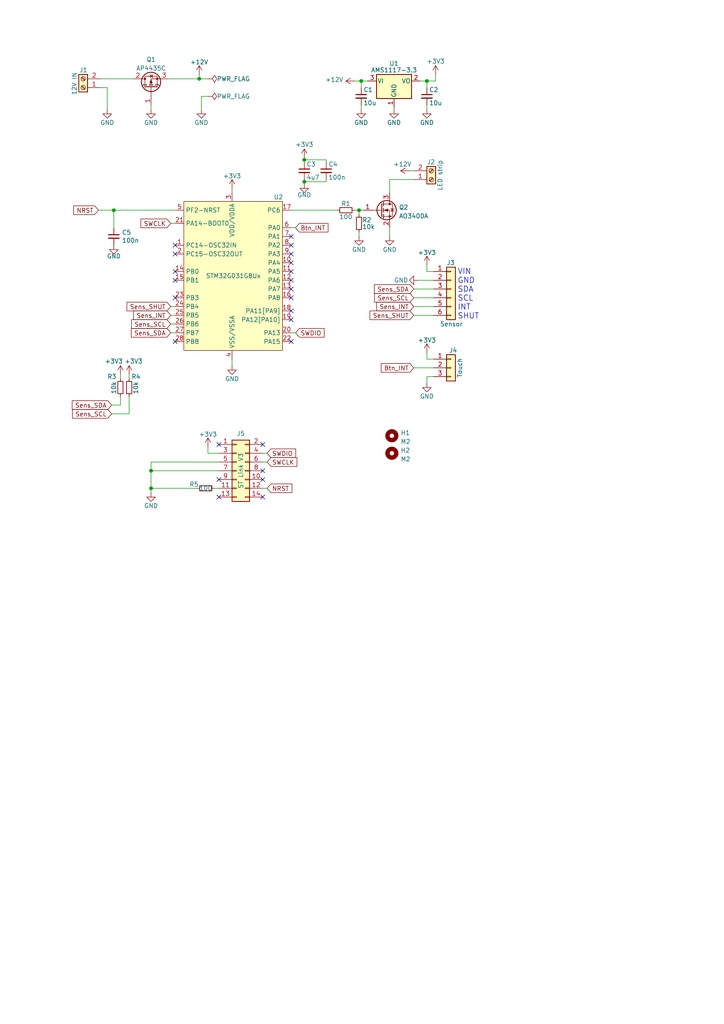
<source format=kicad_sch>
(kicad_sch (version 20211123) (generator eeschema)
  (paper "A4" portrait)
  (title_block (title "DiLight") (date "2022-08-23") (rev "2.0") (company "Anton Mukhin"))
  (lib_symbols
    (symbol "Connector:Screw_Terminal_01x02" (pin_names (offset 1.016) hide)
      (property "Reference" "J" (at 0 2.54 0))
      (property "Value" "Screw_Terminal_01x02" (at 0 -5.08 0))
      (symbol "Screw_Terminal_01x02_1_1"
        (rectangle (start -1.27 1.27) (end 1.27 -3.81) (stroke (width 0.254)) (fill (type background)))
        (circle (center 0 -2.54) (radius 0.635) (stroke (width 0.1524)))
        (polyline (pts (xy -0.5334 -2.2098) (xy 0.3302 -3.048)) (stroke (width 0.1524)))
        (polyline (pts (xy -0.5334 0.3302) (xy 0.3302 -0.508)) (stroke (width 0.1524)))
        (polyline (pts (xy -0.3556 -2.032) (xy 0.508 -2.8702)) (stroke (width 0.1524)))
        (polyline (pts (xy -0.3556 0.508) (xy 0.508 -0.3302)) (stroke (width 0.1524)))
        (circle (center 0 0) (radius 0.635) (stroke (width 0.1524)))
        (pin passive line (at -5.08 0 0) (length 3.81) (name "Pin_1") (number "1"))
        (pin passive line (at -5.08 -2.54 0) (length 3.81) (name "Pin_2") (number "2"))
      )
    )
    (symbol "Connector_Generic:Conn_01x03" (pin_names (offset 1.016) hide)
      (property "Reference" "J" (at 0 5.08 0))
      (property "Value" "Conn_01x03" (at 0 -5.08 0))
      (symbol "Conn_01x03_1_1"
        (rectangle (start -1.27 -2.413) (end 0 -2.667) (stroke (width 0.1524)))
        (rectangle (start -1.27 0.127) (end 0 -0.127) (stroke (width 0.1524)))
        (rectangle (start -1.27 2.667) (end 0 2.413) (stroke (width 0.1524)))
        (rectangle (start -1.27 3.81) (end 1.27 -3.81) (stroke (width 0.254)) (fill (type background)))
        (pin passive line (at -5.08 2.54 0) (length 3.81) (name "Pin_1") (number "1"))
        (pin passive line (at -5.08 0 0) (length 3.81) (name "Pin_2") (number "2"))
        (pin passive line (at -5.08 -2.54 0) (length 3.81) (name "Pin_3") (number "3"))
      )
    )
    (symbol "Connector_Generic:Conn_01x06" (pin_names (offset 1.016) hide)
      (property "Reference" "J" (at 0 7.62 0))
      (property "Value" "Conn_01x06" (at 0 -10.16 0))
      (symbol "Conn_01x06_1_1"
        (rectangle (start -1.27 -7.493) (end 0 -7.747) (stroke (width 0.1524)))
        (rectangle (start -1.27 -4.953) (end 0 -5.207) (stroke (width 0.1524)))
        (rectangle (start -1.27 -2.413) (end 0 -2.667) (stroke (width 0.1524)))
        (rectangle (start -1.27 0.127) (end 0 -0.127) (stroke (width 0.1524)))
        (rectangle (start -1.27 2.667) (end 0 2.413) (stroke (width 0.1524)))
        (rectangle (start -1.27 5.207) (end 0 4.953) (stroke (width 0.1524)))
        (rectangle (start -1.27 6.35) (end 1.27 -8.89) (stroke (width 0.254)) (fill (type background)))
        (pin passive line (at -5.08 5.08 0) (length 3.81) (name "Pin_1") (number "1"))
        (pin passive line (at -5.08 2.54 0) (length 3.81) (name "Pin_2") (number "2"))
        (pin passive line (at -5.08 0 0) (length 3.81) (name "Pin_3") (number "3"))
        (pin passive line (at -5.08 -2.54 0) (length 3.81) (name "Pin_4") (number "4"))
        (pin passive line (at -5.08 -5.08 0) (length 3.81) (name "Pin_5") (number "5"))
        (pin passive line (at -5.08 -7.62 0) (length 3.81) (name "Pin_6") (number "6"))
      )
    )
    (symbol "Connector_Generic:Conn_02x07_Odd_Even" (pin_names (offset 1.016) hide)
      (property "Reference" "J" (at 1.27 10.16 0))
      (property "Value" "Conn_02x07_Odd_Even" (at 1.27 -10.16 0))
      (symbol "Conn_02x07_Odd_Even_1_1"
        (rectangle (start -1.27 -7.493) (end 0 -7.747) (stroke (width 0.1524)))
        (rectangle (start -1.27 -4.953) (end 0 -5.207) (stroke (width 0.1524)))
        (rectangle (start -1.27 -2.413) (end 0 -2.667) (stroke (width 0.1524)))
        (rectangle (start -1.27 0.127) (end 0 -0.127) (stroke (width 0.1524)))
        (rectangle (start -1.27 2.667) (end 0 2.413) (stroke (width 0.1524)))
        (rectangle (start -1.27 5.207) (end 0 4.953) (stroke (width 0.1524)))
        (rectangle (start -1.27 7.747) (end 0 7.493) (stroke (width 0.1524)))
        (rectangle (start -1.27 8.89) (end 3.81 -8.89) (stroke (width 0.254)) (fill (type background)))
        (rectangle (start 3.81 -7.493) (end 2.54 -7.747) (stroke (width 0.1524)))
        (rectangle (start 3.81 -4.953) (end 2.54 -5.207) (stroke (width 0.1524)))
        (rectangle (start 3.81 -2.413) (end 2.54 -2.667) (stroke (width 0.1524)))
        (rectangle (start 3.81 0.127) (end 2.54 -0.127) (stroke (width 0.1524)))
        (rectangle (start 3.81 2.667) (end 2.54 2.413) (stroke (width 0.1524)))
        (rectangle (start 3.81 5.207) (end 2.54 4.953) (stroke (width 0.1524)))
        (rectangle (start 3.81 7.747) (end 2.54 7.493) (stroke (width 0.1524)))
        (pin passive line (at -5.08 7.62 0) (length 3.81) (name "Pin_1") (number "1"))
        (pin passive line (at 7.62 -2.54 180) (length 3.81) (name "Pin_10") (number "10"))
        (pin passive line (at -5.08 -5.08 0) (length 3.81) (name "Pin_11") (number "11"))
        (pin passive line (at 7.62 -5.08 180) (length 3.81) (name "Pin_12") (number "12"))
        (pin passive line (at -5.08 -7.62 0) (length 3.81) (name "Pin_13") (number "13"))
        (pin passive line (at 7.62 -7.62 180) (length 3.81) (name "Pin_14") (number "14"))
        (pin passive line (at 7.62 7.62 180) (length 3.81) (name "Pin_2") (number "2"))
        (pin passive line (at -5.08 5.08 0) (length 3.81) (name "Pin_3") (number "3"))
        (pin passive line (at 7.62 5.08 180) (length 3.81) (name "Pin_4") (number "4"))
        (pin passive line (at -5.08 2.54 0) (length 3.81) (name "Pin_5") (number "5"))
        (pin passive line (at 7.62 2.54 180) (length 3.81) (name "Pin_6") (number "6"))
        (pin passive line (at -5.08 0 0) (length 3.81) (name "Pin_7") (number "7"))
        (pin passive line (at 7.62 0 180) (length 3.81) (name "Pin_8") (number "8"))
        (pin passive line (at -5.08 -2.54 0) (length 3.81) (name "Pin_9") (number "9"))
      )
    )
    (symbol "Device:C_Small" (pin_numbers hide) (pin_names (offset 0.254) hide)
      (property "Reference" "C" (at 0.254 1.778 0))
      (property "Value" "C_Small" (at 0.254 -2.032 0))
      (symbol "C_Small_0_1"
        (polyline (pts (xy -1.524 -0.508) (xy 1.524 -0.508)) (stroke (width 0.3302)))
        (polyline (pts (xy -1.524 0.508) (xy 1.524 0.508)) (stroke (width 0.3048)))
      )
      (symbol "C_Small_1_1"
        (pin passive line (at 0 2.54 270) (length 2.032) (name "~") (number "1"))
        (pin passive line (at 0 -2.54 90) (length 2.032) (name "~") (number "2"))
      )
    )
    (symbol "Device:Q_PMOS_GDS" (pin_names (offset 0) hide)
      (property "Reference" "Q" (at 5.08 1.27 0))
      (property "Value" "Q_PMOS_GDS" (at 5.08 -1.27 0))
      (symbol "Q_PMOS_GDS_0_1"
        (polyline (pts (xy 0.254 0) (xy -2.54 0)))
        (polyline (pts (xy 0.254 1.905) (xy 0.254 -1.905)) (stroke (width 0.254)))
        (polyline (pts (xy 0.762 -1.27) (xy 0.762 -2.286)) (stroke (width 0.254)))
        (polyline (pts (xy 0.762 0.508) (xy 0.762 -0.508)) (stroke (width 0.254)))
        (polyline (pts (xy 0.762 2.286) (xy 0.762 1.27)) (stroke (width 0.254)))
        (polyline (pts (xy 2.54 2.54) (xy 2.54 1.778)))
        (polyline (pts (xy 2.54 -2.54) (xy 2.54 0) (xy 0.762 0)))
        (polyline (pts (xy 0.762 1.778) (xy 3.302 1.778) (xy 3.302 -1.778) (xy 0.762 -1.778)))
        (polyline (pts (xy 2.286 0) (xy 1.27 0.381) (xy 1.27 -0.381) (xy 2.286 0)) (fill (type outline)))
        (polyline (pts (xy 2.794 -0.508) (xy 2.921 -0.381) (xy 3.683 -0.381) (xy 3.81 -0.254)))
        (polyline (pts (xy 3.302 -0.381) (xy 2.921 0.254) (xy 3.683 0.254) (xy 3.302 -0.381)))
        (circle (center 1.651 0) (radius 2.794) (stroke (width 0.254)))
        (circle (center 2.54 -1.778) (radius 0.254) (fill (type outline)))
        (circle (center 2.54 1.778) (radius 0.254) (fill (type outline)))
      )
      (symbol "Q_PMOS_GDS_1_1"
        (pin input line (at -5.08 0 0) (length 2.54) (name "G") (number "1"))
        (pin passive line (at 2.54 5.08 270) (length 2.54) (name "D") (number "2"))
        (pin passive line (at 2.54 -5.08 90) (length 2.54) (name "S") (number "3"))
      )
    )
    (symbol "Device:R_Small" (pin_numbers hide) (pin_names (offset 0.254) hide)
      (property "Reference" "R" (at 0.762 0.508 0))
      (property "Value" "R_Small" (at 0.762 -1.016 0))
      (symbol "R_Small_0_1"
        (rectangle (start -0.762 1.778) (end 0.762 -1.778) (stroke (width 0.2032)))
      )
      (symbol "R_Small_1_1"
        (pin passive line (at 0 2.54 270) (length 0.762) (name "~") (number "1"))
        (pin passive line (at 0 -2.54 90) (length 0.762) (name "~") (number "2"))
      )
    )
    (symbol "Mechanical:MountingHole" (pin_names (offset 1.016))
      (property "Reference" "H" (at 0 5.08 0))
      (property "Value" "MountingHole" (at 0 3.175 0))
      (symbol "MountingHole_0_1"
        (circle (center 0 0) (radius 1.27) (stroke (width 1.27)))
      )
    )
    (symbol "Regulator_Linear:AMS1117-3.3" (pin_names (offset 0.254))
      (property "Reference" "U" (at -3.81 3.175 0))
      (property "Value" "AMS1117-3.3" (at 0 3.175 0))
      (symbol "AMS1117-3.3_0_1"
        (rectangle (start -5.08 -5.08) (end 5.08 1.905) (stroke (width 0.254)) (fill (type background)))
      )
      (symbol "AMS1117-3.3_1_1"
        (pin power_in line (at 0 -7.62 90) (length 2.54) (name "GND") (number "1"))
        (pin power_out line (at 7.62 0 180) (length 2.54) (name "VO") (number "2"))
        (pin power_in line (at -7.62 0 0) (length 2.54) (name "VI") (number "3"))
      )
    )
    (symbol "Transistor_FET:AO3400A" (pin_names hide)
      (property "Reference" "Q" (at 5.08 1.905 0))
      (property "Value" "AO3400A" (at 5.08 0 0))
      (symbol "AO3400A_0_1"
        (polyline (pts (xy 0.254 0) (xy -2.54 0)))
        (polyline (pts (xy 0.254 1.905) (xy 0.254 -1.905)) (stroke (width 0.254)))
        (polyline (pts (xy 0.762 -1.27) (xy 0.762 -2.286)) (stroke (width 0.254)))
        (polyline (pts (xy 0.762 0.508) (xy 0.762 -0.508)) (stroke (width 0.254)))
        (polyline (pts (xy 0.762 2.286) (xy 0.762 1.27)) (stroke (width 0.254)))
        (polyline (pts (xy 2.54 2.54) (xy 2.54 1.778)))
        (polyline (pts (xy 2.54 -2.54) (xy 2.54 0) (xy 0.762 0)))
        (polyline (pts (xy 0.762 -1.778) (xy 3.302 -1.778) (xy 3.302 1.778) (xy 0.762 1.778)))
        (polyline (pts (xy 1.016 0) (xy 2.032 0.381) (xy 2.032 -0.381) (xy 1.016 0)) (fill (type outline)))
        (polyline (pts (xy 2.794 0.508) (xy 2.921 0.381) (xy 3.683 0.381) (xy 3.81 0.254)))
        (polyline (pts (xy 3.302 0.381) (xy 2.921 -0.254) (xy 3.683 -0.254) (xy 3.302 0.381)))
        (circle (center 1.651 0) (radius 2.794) (stroke (width 0.254)))
        (circle (center 2.54 -1.778) (radius 0.254) (fill (type outline)))
        (circle (center 2.54 1.778) (radius 0.254) (fill (type outline)))
      )
      (symbol "AO3400A_1_1"
        (pin input line (at -5.08 0 0) (length 2.54) (name "G") (number "1"))
        (pin passive line (at 2.54 -5.08 90) (length 2.54) (name "S") (number "2"))
        (pin passive line (at 2.54 5.08 270) (length 2.54) (name "D") (number "3"))
      )
    )
    (symbol "my_additions:STM32G031G8Ux"
      (property "Reference" "U" (at -13.97 21.59 0))
      (property "Value" "STM32G031G8Ux" (at 1.905 21.59 0))
      (symbol "STM32G031G8Ux_0_1"
        (rectangle (start -13.97 20.32) (end 14.605 -22.86) (fill (type background)))
      )
      (symbol "STM32G031G8Ux_1_1"
        (pin bidirectional line (at -16.51 7.62 0) (length 2.54) (name "PC14-OSC32IN") (number "1"))
        (pin bidirectional line (at 17.145 2.54 180) (length 2.54) (name "PA4") (number "10"))
        (pin bidirectional line (at 17.145 0 180) (length 2.54) (name "PA5") (number "11"))
        (pin bidirectional line (at 17.145 -2.54 180) (length 2.54) (name "PA6") (number "12"))
        (pin bidirectional line (at 17.145 -5.08 180) (length 2.54) (name "PA7") (number "13"))
        (pin bidirectional line (at -16.51 0 0) (length 2.54) (name "PB0") (number "14"))
        (pin bidirectional line (at -16.51 -2.54 0) (length 2.54) (name "PB1") (number "15"))
        (pin bidirectional line (at 17.145 -7.62 180) (length 2.54) (name "PA8") (number "16"))
        (pin bidirectional line (at 17.145 17.78 180) (length 2.54) (name "PC6") (number "17"))
        (pin bidirectional line (at 17.145 -11.43 180) (length 2.54) (name "PA11[PA9]") (number "18"))
        (pin bidirectional line (at 17.145 -13.97 180) (length 2.54) (name "PA12[PA10]") (number "19"))
        (pin bidirectional line (at -16.51 5.08 0) (length 2.54) (name "PC15-OSC32OUT") (number "2"))
        (pin bidirectional line (at 17.145 -17.78 180) (length 2.54) (name "PA13") (number "20"))
        (pin bidirectional line (at -16.51 13.97 0) (length 2.54) (name "PA14-BOOT0") (number "21"))
        (pin bidirectional line (at 17.145 -20.32 180) (length 2.54) (name "PA15") (number "22"))
        (pin bidirectional line (at -16.51 -7.62 0) (length 2.54) (name "PB3") (number "23"))
        (pin bidirectional line (at -16.51 -10.16 0) (length 2.54) (name "PB4") (number "24"))
        (pin bidirectional line (at -16.51 -12.7 0) (length 2.54) (name "PB5") (number "25"))
        (pin bidirectional line (at -16.51 -15.24 0) (length 2.54) (name "PB6") (number "26"))
        (pin bidirectional line (at -16.51 -17.78 0) (length 2.54) (name "PB7") (number "27"))
        (pin bidirectional line (at -16.51 -20.32 0) (length 2.54) (name "PB8") (number "28"))
        (pin power_in line (at 0 22.86 270) (length 2.54) (name "VDD/VDDA") (number "3"))
        (pin power_in line (at 0 -25.4 90) (length 2.54) (name "VSS/VSSA") (number "4"))
        (pin bidirectional line (at -16.51 17.78 0) (length 2.54) (name "PF2-NRST") (number "5"))
        (pin bidirectional line (at 17.145 12.7 180) (length 2.54) (name "PA0") (number "6"))
        (pin bidirectional line (at 17.145 10.16 180) (length 2.54) (name "PA1") (number "7"))
        (pin bidirectional line (at 17.145 7.62 180) (length 2.54) (name "PA2") (number "8"))
        (pin bidirectional line (at 17.145 5.08 180) (length 2.54) (name "PA3") (number "9"))
      )
    )
    (symbol "power:+12V" (power) (pin_names (offset 0))
      (property "Value" "+12V" (at 0 3.556 0))
      (symbol "+12V_0_1"
        (polyline (pts (xy -0.762 1.27) (xy 0 2.54)))
        (polyline (pts (xy 0 0) (xy 0 2.54)))
        (polyline (pts (xy 0 2.54) (xy 0.762 1.27)))
      )
      (symbol "+12V_1_1"
        (pin power_in line (at 0 0 90) (length 0) hide (name "+12V") (number "1"))
      )
    )
    (symbol "power:+3V3" (power) (pin_names (offset 0))
      (property "Value" "+3V3" (at 0 3.556 0))
      (symbol "+3V3_0_1"
        (polyline (pts (xy -0.762 1.27) (xy 0 2.54)))
        (polyline (pts (xy 0 0) (xy 0 2.54)))
        (polyline (pts (xy 0 2.54) (xy 0.762 1.27)))
      )
      (symbol "+3V3_1_1"
        (pin power_in line (at 0 0 90) (length 0) hide (name "+3V3") (number "1"))
      )
    )
    (symbol "power:GND" (power) (pin_names (offset 0))
      (property "Value" "GND" (at 0 -3.81 0))
      (symbol "GND_0_1"
        (polyline (pts (xy 0 0) (xy 0 -1.27) (xy 1.27 -1.27) (xy 0 -2.54) (xy -1.27 -1.27) (xy 0 -1.27)))
      )
      (symbol "GND_1_1"
        (pin power_in line (at 0 0 270) (length 0) hide (name "GND") (number "1"))
      )
    )
    (symbol "power:PWR_FLAG" (power) (pin_numbers hide) (pin_names (offset 0) hide)
      (property "Value" "PWR_FLAG" (at 0 3.81 0))
      (symbol "PWR_FLAG_0_0"
        (pin power_out line (at 0 0 90) (length 0) (name "pwr") (number "1"))
      )
      (symbol "PWR_FLAG_0_1"
        (polyline (pts (xy 0 0) (xy 0 1.27) (xy -1.016 1.905) (xy 0 2.54) (xy 1.016 1.905) (xy 0 1.27)))
      )
    )
  )
  (junction (at 104.775 23.495))
  (junction (at 33.02 60.96))
  (junction (at 88.265 52.705))
  (junction (at 88.265 46.355))
  (junction (at 43.815 136.525))
  (junction (at 43.815 141.605))
  (junction (at 104.14 60.96))
  (junction (at 123.825 23.495))
  (junction (at 57.785 22.86))
  (no_connect (at 63.5 139.065))
  (no_connect (at 76.2 139.065))
  (no_connect (at 76.2 136.525))
  (no_connect (at 84.455 73.66))
  (no_connect (at 84.455 71.12))
  (no_connect (at 76.2 144.145))
  (no_connect (at 63.5 144.145))
  (no_connect (at 63.5 128.905))
  (no_connect (at 76.2 128.905))
  (no_connect (at 84.455 81.28))
  (no_connect (at 84.455 78.74))
  (no_connect (at 84.455 90.17))
  (no_connect (at 84.455 86.36))
  (no_connect (at 84.455 83.82))
  (no_connect (at 84.455 68.58))
  (no_connect (at 84.455 76.2))
  (no_connect (at 50.8 73.66))
  (no_connect (at 50.8 71.12))
  (no_connect (at 84.455 92.71))
  (no_connect (at 84.455 99.06))
  (no_connect (at 50.8 81.28))
  (no_connect (at 50.8 86.36))
  (no_connect (at 50.8 78.74))
  (no_connect (at 50.8 99.06))
  (wire (pts (xy 43.815 141.605) (xy 57.15 141.605)))
  (wire (pts (xy 104.14 60.96) (xy 104.14 62.23)))
  (wire (pts (xy 33.02 66.04) (xy 33.02 60.96)))
  (wire (pts (xy 84.455 96.52) (xy 85.725 96.52)))
  (wire (pts (xy 34.925 117.475) (xy 32.385 117.475)))
  (wire (pts (xy 120.015 86.36) (xy 125.73 86.36)))
  (wire (pts (xy 104.775 25.4) (xy 104.775 23.495)))
  (wire (pts (xy 60.325 131.445) (xy 63.5 131.445)))
  (wire (pts (xy 125.73 104.14) (xy 123.825 104.14)))
  (wire (pts (xy 37.465 108.585) (xy 37.465 109.855)))
  (wire (pts (xy 102.87 60.96) (xy 104.14 60.96)))
  (wire (pts (xy 43.815 136.525) (xy 43.815 141.605)))
  (wire (pts (xy 88.265 52.07) (xy 88.265 52.705)))
  (wire (pts (xy 49.53 96.52) (xy 50.8 96.52)))
  (wire (pts (xy 120.015 88.9) (xy 125.73 88.9)))
  (wire (pts (xy 104.14 60.96) (xy 105.41 60.96)))
  (wire (pts (xy 118.745 49.53) (xy 120.015 49.53)))
  (wire (pts (xy 76.2 141.605) (xy 77.47 141.605)))
  (wire (pts (xy 58.42 27.94) (xy 58.42 31.75)))
  (wire (pts (xy 126.365 21.59) (xy 126.365 23.495)))
  (wire (pts (xy 88.265 46.355) (xy 88.265 45.72)))
  (wire (pts (xy 49.53 64.77) (xy 50.8 64.77)))
  (wire (pts (xy 120.015 106.68) (xy 125.73 106.68)))
  (wire (pts (xy 43.815 136.525) (xy 63.5 136.525)))
  (wire (pts (xy 33.02 60.96) (xy 50.8 60.96)))
  (wire (pts (xy 43.815 133.985) (xy 43.815 136.525)))
  (wire (pts (xy 62.23 141.605) (xy 63.5 141.605)))
  (wire (pts (xy 76.2 133.985) (xy 77.47 133.985)))
  (wire (pts (xy 123.825 104.14) (xy 123.825 102.235)))
  (wire (pts (xy 60.325 27.94) (xy 58.42 27.94)))
  (wire (pts (xy 34.925 114.935) (xy 34.925 117.475)))
  (wire (pts (xy 67.31 104.14) (xy 67.31 106.045)))
  (wire (pts (xy 120.015 91.44) (xy 125.73 91.44)))
  (wire (pts (xy 120.015 52.07) (xy 113.03 52.07)))
  (wire (pts (xy 104.775 31.75) (xy 104.775 30.48)))
  (wire (pts (xy 43.815 142.875) (xy 43.815 141.605)))
  (wire (pts (xy 28.575 60.96) (xy 33.02 60.96)))
  (wire (pts (xy 94.615 46.355) (xy 94.615 46.99)))
  (wire (pts (xy 49.53 88.9) (xy 50.8 88.9)))
  (wire (pts (xy 123.825 76.835) (xy 123.825 78.74)))
  (wire (pts (xy 29.21 25.4) (xy 31.115 25.4)))
  (wire (pts (xy 84.455 60.96) (xy 97.79 60.96)))
  (wire (pts (xy 88.265 52.705) (xy 88.265 53.34)))
  (wire (pts (xy 57.785 22.86) (xy 57.785 21.59)))
  (wire (pts (xy 94.615 52.07) (xy 94.615 52.705)))
  (wire (pts (xy 123.825 31.75) (xy 123.825 30.48)))
  (wire (pts (xy 88.265 46.355) (xy 94.615 46.355)))
  (wire (pts (xy 104.775 23.495) (xy 106.68 23.495)))
  (wire (pts (xy 49.53 93.98) (xy 50.8 93.98)))
  (wire (pts (xy 104.14 67.31) (xy 104.14 68.58)))
  (wire (pts (xy 43.815 30.48) (xy 43.815 31.75)))
  (wire (pts (xy 123.825 25.4) (xy 123.825 23.495)))
  (wire (pts (xy 94.615 52.705) (xy 88.265 52.705)))
  (wire (pts (xy 88.265 46.99) (xy 88.265 46.355)))
  (wire (pts (xy 34.925 108.585) (xy 34.925 109.855)))
  (wire (pts (xy 57.785 22.86) (xy 60.325 22.86)))
  (wire (pts (xy 67.31 54.61) (xy 67.31 55.88)))
  (wire (pts (xy 60.325 129.54) (xy 60.325 131.445)))
  (wire (pts (xy 123.825 109.22) (xy 123.825 111.125)))
  (wire (pts (xy 113.03 66.04) (xy 113.03 68.58)))
  (wire (pts (xy 102.87 23.495) (xy 104.775 23.495)))
  (wire (pts (xy 32.385 120.015) (xy 37.465 120.015)))
  (wire (pts (xy 29.21 22.86) (xy 38.735 22.86)))
  (wire (pts (xy 49.53 91.44) (xy 50.8 91.44)))
  (wire (pts (xy 76.2 131.445) (xy 77.47 131.445)))
  (wire (pts (xy 125.73 109.22) (xy 123.825 109.22)))
  (wire (pts (xy 126.365 23.495) (xy 123.825 23.495)))
  (wire (pts (xy 37.465 120.015) (xy 37.465 114.935)))
  (wire (pts (xy 113.03 52.07) (xy 113.03 55.88)))
  (wire (pts (xy 63.5 133.985) (xy 43.815 133.985)))
  (wire (pts (xy 48.895 22.86) (xy 57.785 22.86)))
  (wire (pts (xy 84.455 66.04) (xy 85.725 66.04)))
  (wire (pts (xy 121.285 81.28) (xy 125.73 81.28)))
  (wire (pts (xy 120.015 83.82) (xy 125.73 83.82)))
  (wire (pts (xy 121.92 23.495) (xy 123.825 23.495)))
  (wire (pts (xy 114.3 31.115) (xy 114.3 31.75)))
  (wire (pts (xy 123.825 78.74) (xy 125.73 78.74)))
  (wire (pts (xy 31.115 25.4) (xy 31.115 31.75)))
  (text "VIN\nGND\nSDA\nSCL\nINT\nSHUT" (at 132.715 92.71 0) (effects (font (size 1.6 1.6)) (justify left bottom)))
  (global_label "Sens_SCL" (shape input) (at 32.385 120.015 180) (property "Intersheet References" "${INTERSHEET_REFS}" (effects hide)))
  (global_label "Sens_SCL" (shape input) (at 49.53 93.98 180) (property "Intersheet References" "${INTERSHEET_REFS}" (effects hide)))
  (global_label "Btn_INT" (shape input) (at 120.015 106.68 180) (property "Intersheet References" "${INTERSHEET_REFS}" (effects hide)))
  (global_label "SWDIO" (shape input) (at 77.47 131.445 0) (property "Intersheet References" "${INTERSHEET_REFS}" (effects hide)))
  (global_label "NRST" (shape input) (at 77.47 141.605 0) (property "Intersheet References" "${INTERSHEET_REFS}" (effects hide)))
  (global_label "Sens_SDA" (shape input) (at 49.53 96.52 180) (property "Intersheet References" "${INTERSHEET_REFS}" (effects hide)))
  (global_label "Btn_INT" (shape input) (at 85.725 66.04 0) (property "Intersheet References" "${INTERSHEET_REFS}" (effects hide)))
  (global_label "Sens_SDA" (shape input) (at 120.015 83.82 180) (property "Intersheet References" "${INTERSHEET_REFS}" (effects hide)))
  (global_label "Sens_SHUT" (shape input) (at 49.53 88.9 180) (property "Intersheet References" "${INTERSHEET_REFS}" (effects hide)))
  (global_label "SWCLK" (shape input) (at 49.53 64.77 180) (property "Intersheet References" "${INTERSHEET_REFS}" (effects hide)))
  (global_label "NRST" (shape input) (at 28.575 60.96 180) (property "Intersheet References" "${INTERSHEET_REFS}" (effects hide)))
  (global_label "Sens_SCL" (shape input) (at 120.015 86.36 180) (property "Intersheet References" "${INTERSHEET_REFS}" (effects hide)))
  (global_label "SWDIO" (shape input) (at 85.725 96.52 0) (property "Intersheet References" "${INTERSHEET_REFS}" (effects hide)))
  (global_label "SWCLK" (shape input) (at 77.47 133.985 0) (property "Intersheet References" "${INTERSHEET_REFS}" (effects hide)))
  (global_label "Sens_SDA" (shape input) (at 32.385 117.475 180) (property "Intersheet References" "${INTERSHEET_REFS}" (effects hide)))
  (global_label "Sens_SHUT" (shape input) (at 120.015 91.44 180) (property "Intersheet References" "${INTERSHEET_REFS}" (effects hide)))
  (global_label "Sens_INT" (shape input) (at 49.53 91.44 180) (property "Intersheet References" "${INTERSHEET_REFS}" (effects hide)))
  (global_label "Sens_INT" (shape input) (at 120.015 88.9 180) (property "Intersheet References" "${INTERSHEET_REFS}" (effects hide)))
  (symbol (lib_id "power:+12V") (at 118.745 49.53 90) (unit 1)
    (property "Reference" "#PWR011" (effects hide))
    (property "Value" "+12V" (at 119.38 47.625 90) (effects (justify left)))
  )
  (symbol (lib_id "Device:R_Small") (at 59.69 141.605 270) (mirror x) (unit 1)
    (property "Reference" "R5" (at 56.2826 140.4763 90))
    (property "Value" "100" (at 59.69 141.605 90))
    (property "Footprint" "Resistor_SMD:R_0805_2012Metric_Pad1.20x1.40mm_HandSolder" (effects hide))
  )
  (symbol (lib_id "power:GND") (at 104.14 68.58 0) (unit 1)
    (property "Reference" "#PWR014" (effects hide))
    (property "Value" "GND" (at 104.14 72.39 0))
  )
  (symbol (lib_id "power:+12V") (at 57.785 21.59 0) (unit 1)
    (property "Reference" "#PWR01" (effects hide))
    (property "Value" "+12V" (at 57.785 18.0142 0))
  )
  (symbol (lib_id "power:+3V3") (at 60.325 129.54 0) (mirror y) (unit 1)
    (property "Reference" "#PWR024" (effects hide))
    (property "Value" "+3V3" (at 60.325 125.9642 0))
  )
  (symbol (lib_id "power:GND") (at 123.825 111.125 0) (mirror y) (unit 1)
    (property "Reference" "#PWR023" (effects hide))
    (property "Value" "GND" (at 123.825 114.935 0))
  )
  (symbol (lib_id "power:+3V3") (at 123.825 76.835 0) (unit 1)
    (property "Reference" "#PWR017" (effects hide))
    (property "Value" "+3V3" (at 123.825 73.2592 0))
  )
  (symbol (lib_id "power:+3V3") (at 123.825 102.235 0) (mirror y) (unit 1)
    (property "Reference" "#PWR019" (effects hide))
    (property "Value" "+3V3" (at 123.825 98.6592 0))
  )
  (symbol (lib_id "power:PWR_FLAG") (at 60.325 22.86 270) (unit 1)
    (property "Reference" "#FLG01" (effects hide))
    (property "Value" "PWR_FLAG" (at 62.865 22.86 90) (effects (justify left)))
  )
  (symbol (lib_id "Connector:Screw_Terminal_01x02") (at 125.095 52.07 0) (mirror x) (unit 1)
    (property "Reference" "J2" (at 123.825 46.99 0) (effects (justify left)))
    (property "Value" "LED strip" (at 127.635 46.355 90) (effects (justify left)))
    (property "Footprint" "TerminalBlock_Phoenix:TerminalBlock_Phoenix_PT-1,5-2-5.0-H_1x02_P5.00mm_Horizontal" (effects hide))
  )
  (symbol (lib_id "Device:R_Small") (at 34.925 112.395 0) (unit 1)
    (property "Reference" "R3" (at 31.115 109.22 0) (effects (justify left)))
    (property "Value" "10k" (at 33.02 114.3 90) (effects (justify left)))
    (property "Footprint" "Resistor_SMD:R_0805_2012Metric_Pad1.20x1.40mm_HandSolder" (effects hide))
  )
  (symbol (lib_id "power:GND") (at 33.02 71.12 0) (unit 1)
    (property "Reference" "#PWR016" (effects hide))
    (property "Value" "GND" (at 33.02 74.295 0))
  )
  (symbol (lib_id "power:+3V3") (at 88.265 45.72 0) (unit 1)
    (property "Reference" "#PWR010" (effects hide))
    (property "Value" "+3V3" (at 88.265 41.91 0))
  )
  (symbol (lib_id "power:GND") (at 123.825 31.75 0) (unit 1)
    (property "Reference" "#PWR09" (effects hide))
    (property "Value" "GND" (at 123.825 35.56 0))
  )
  (symbol (lib_id "Device:C_Small") (at 104.775 27.94 0) (unit 1)
    (property "Reference" "C1" (at 105.41 26.035 0) (effects (justify left)))
    (property "Value" "10u" (at 105.41 29.845 0) (effects (justify left)))
    (property "Footprint" "Capacitor_SMD:C_0805_2012Metric_Pad1.18x1.45mm_HandSolder" (effects hide))
  )
  (symbol (lib_id "Device:C_Small") (at 123.825 27.94 0) (unit 1)
    (property "Reference" "C2" (at 124.46 26.035 0) (effects (justify left)))
    (property "Value" "10u" (at 124.46 29.845 0) (effects (justify left)))
    (property "Footprint" "Capacitor_SMD:C_0805_2012Metric_Pad1.18x1.45mm_HandSolder" (effects hide))
  )
  (symbol (lib_id "power:GND") (at 104.775 31.75 0) (unit 1)
    (property "Reference" "#PWR07" (effects hide))
    (property "Value" "GND" (at 104.775 35.56 0))
  )
  (symbol (lib_id "power:+3V3") (at 126.365 21.59 0) (unit 1)
    (property "Reference" "#PWR02" (effects hide))
    (property "Value" "+3V3" (at 126.365 17.78 0))
  )
  (symbol (lib_id "Device:Q_PMOS_GDS") (at 43.815 25.4 90) (unit 1)
    (property "Reference" "Q1" (at 43.815 17.2552 90))
    (property "Value" "AP4435C" (at 43.815 19.7921 90))
    (property "Footprint" "my_additions:SOP-8_PMOS_GDS" (effects hide))
  )
  (symbol (lib_id "Device:C_Small") (at 88.265 49.53 0) (unit 1)
    (property "Reference" "C3" (at 88.9 47.625 0) (effects (justify left)))
    (property "Value" "4u7" (at 88.9 51.435 0) (effects (justify left)))
    (property "Footprint" "Capacitor_SMD:C_0805_2012Metric_Pad1.18x1.45mm_HandSolder" (effects hide))
  )
  (symbol (lib_id "Device:R_Small") (at 100.33 60.96 90) (unit 1)
    (property "Reference" "R1" (at 100.33 59.055 90))
    (property "Value" "100" (at 100.33 62.865 90))
    (property "Footprint" "Resistor_SMD:R_0805_2012Metric_Pad1.20x1.40mm_HandSolder" (effects hide))
  )
  (symbol (lib_id "Mechanical:MountingHole") (at 113.665 126.365 0) (unit 1) (in_bom no)
    (property "Reference" "H1" (at 116.205 125.5303 0) (effects (justify left)))
    (property "Value" "M2" (at 116.205 128.0672 0) (effects (justify left)))
    (property "Footprint" "MountingHole:MountingHole_2.2mm_M2_DIN965" (effects hide))
  )
  (symbol (lib_id "Device:C_Small") (at 94.615 49.53 0) (unit 1)
    (property "Reference" "C4" (at 95.25 47.625 0) (effects (justify left)))
    (property "Value" "100n" (at 95.25 51.435 0) (effects (justify left)))
    (property "Footprint" "Capacitor_SMD:C_0805_2012Metric_Pad1.18x1.45mm_HandSolder" (effects hide))
  )
  (symbol (lib_id "power:PWR_FLAG") (at 60.325 27.94 270) (unit 1)
    (property "Reference" "#FLG02" (effects hide))
    (property "Value" "PWR_FLAG" (at 62.865 27.94 90) (effects (justify left)))
  )
  (symbol (lib_id "power:+3V3") (at 37.465 108.585 0) (unit 1)
    (property "Reference" "#PWR022" (effects hide))
    (property "Value" "+3V3" (at 38.735 104.775 0))
  )
  (symbol (lib_id "Connector:Screw_Terminal_01x02") (at 24.13 25.4 180) (unit 1)
    (property "Reference" "J1" (at 25.4 20.32 0) (effects (justify left)))
    (property "Value" "12V IN" (at 21.59 20.955 90) (effects (justify left)))
    (property "Footprint" "TerminalBlock_Phoenix:TerminalBlock_Phoenix_PT-1,5-2-5.0-H_1x02_P5.00mm_Horizontal" (effects hide))
  )
  (symbol (lib_id "Connector_Generic:Conn_02x07_Odd_Even") (at 68.58 136.525 0) (unit 1)
    (property "Reference" "J5" (at 69.85 125.73 0))
    (property "Value" "ST Link V3" (at 69.85 136.525 90))
    (property "Footprint" "Connector_PinHeader_1.27mm:PinHeader_2x07_P1.27mm_Vertical_SMD" (effects hide))
  )
  (symbol (lib_id "power:GND") (at 43.815 31.75 0) (unit 1)
    (property "Reference" "#PWR05" (effects hide))
    (property "Value" "GND" (at 43.815 35.56 0))
  )
  (symbol (lib_id "power:GND") (at 88.265 53.34 0) (unit 1)
    (property "Reference" "#PWR012" (effects hide))
    (property "Value" "GND" (at 88.265 56.515 0))
  )
  (symbol (lib_id "power:GND") (at 31.115 31.75 0) (unit 1)
    (property "Reference" "#PWR04" (effects hide))
    (property "Value" "GND" (at 31.115 35.56 0))
  )
  (symbol (lib_id "Regulator_Linear:AMS1117-3.3") (at 114.3 23.495 0) (unit 1)
    (property "Reference" "U1" (at 114.3 18.415 0))
    (property "Value" "AMS1117-3.3" (at 114.3 20.32 0))
    (property "Footprint" "Package_TO_SOT_SMD:SOT-223-3_TabPin2" (effects hide))
    (property "Datasheet" "http://www.advanced-monolithic.com/pdf/ds1117.pdf" (effects hide))
  )
  (symbol (lib_id "my_additions:STM32G031G8Ux") (at 67.31 78.74 0) (unit 1)
    (property "Reference" "U2" (at 79.375 57.15 0) (effects (justify left)))
    (property "Value" "STM32G031G8Ux" (at 59.69 80.01 0) (effects (justify left)))
    (property "Footprint" "Package_DFN_QFN:QFN-28_4x4mm_P0.5mm" (effects hide))
    (property "Datasheet" "https://www.st.com/resource/en/datasheet/stm32g031g8.pdf" (effects hide))
  )
  (symbol (lib_id "power:+3V3") (at 67.31 54.61 0) (unit 1)
    (property "Reference" "#PWR013" (effects hide))
    (property "Value" "+3V3" (at 67.31 51.0342 0))
  )
  (symbol (lib_id "power:GND") (at 43.815 142.875 0) (unit 1)
    (property "Reference" "#PWR025" (effects hide))
    (property "Value" "GND" (at 43.815 146.685 0))
  )
  (symbol (lib_id "power:GND") (at 114.3 31.75 0) (unit 1)
    (property "Reference" "#PWR08" (effects hide))
    (property "Value" "GND" (at 114.3 35.56 0))
  )
  (symbol (lib_id "power:+3V3") (at 34.925 108.585 0) (unit 1)
    (property "Reference" "#PWR021" (effects hide))
    (property "Value" "+3V3" (at 33.02 104.775 0))
  )
  (symbol (lib_id "Mechanical:MountingHole") (at 113.665 131.445 0) (unit 1) (in_bom no)
    (property "Reference" "H2" (at 116.205 130.6103 0) (effects (justify left)))
    (property "Value" "M2" (at 116.205 133.1472 0) (effects (justify left)))
    (property "Footprint" "MountingHole:MountingHole_2.2mm_M2_DIN965" (effects hide))
  )
  (symbol (lib_id "power:GND") (at 113.03 68.58 0) (unit 1)
    (property "Reference" "#PWR015" (effects hide))
    (property "Value" "GND" (at 113.03 72.39 0))
  )
  (symbol (lib_id "power:GND") (at 58.42 31.75 0) (unit 1)
    (property "Reference" "#PWR06" (effects hide))
    (property "Value" "GND" (at 58.42 35.56 0))
  )
  (symbol (lib_id "power:+12V") (at 102.87 23.495 90) (unit 1)
    (property "Reference" "#PWR03" (effects hide))
    (property "Value" "+12V" (at 99.6188 23.114 90) (effects (justify left)))
  )
  (symbol (lib_id "Device:R_Small") (at 37.465 112.395 0) (unit 1)
    (property "Reference" "R4" (at 38.1 109.22 0) (effects (justify left)))
    (property "Value" "10k" (at 39.37 114.3 90) (effects (justify left)))
    (property "Footprint" "Resistor_SMD:R_0805_2012Metric_Pad1.20x1.40mm_HandSolder" (effects hide))
  )
  (symbol (lib_id "Transistor_FET:AO3400A") (at 110.49 60.96 0) (unit 1)
    (property "Reference" "Q2" (at 115.697 60.1253 0) (effects (justify left)))
    (property "Value" "AO3400A" (at 115.697 62.6622 0) (effects (justify left)))
    (property "Footprint" "Package_TO_SOT_SMD:SOT-23_Handsoldering" (effects hide))
    (property "Datasheet" "http://www.aosmd.com/pdfs/datasheet/AO3400A.pdf" (effects hide))
  )
  (symbol (lib_id "power:GND") (at 121.285 81.28 270) (unit 1)
    (property "Reference" "#PWR018" (effects hide))
    (property "Value" "GND" (at 114.3 81.28 90) (effects (justify left)))
  )
  (symbol (lib_id "Device:R_Small") (at 104.14 64.77 0) (unit 1)
    (property "Reference" "R2" (at 105.0317 63.781 0) (effects (justify left)))
    (property "Value" "10k" (at 105.0674 65.7453 0) (effects (justify left)))
    (property "Footprint" "Resistor_SMD:R_0805_2012Metric_Pad1.20x1.40mm_HandSolder" (effects hide))
  )
  (symbol (lib_id "Connector_Generic:Conn_01x06") (at 130.81 83.82 0) (unit 1)
    (property "Reference" "J3" (at 129.54 76.2 0) (effects (justify left)))
    (property "Value" "Sensor" (at 127.635 93.98 0) (effects (justify left)))
    (property "Footprint" "Connector_PinHeader_2.54mm:PinHeader_1x06_P2.54mm_Vertical" (effects hide))
  )
  (symbol (lib_id "Connector_Generic:Conn_01x03") (at 130.81 106.68 0) (unit 1)
    (property "Reference" "J4" (at 131.445 101.6 0))
    (property "Value" "Touch" (at 133.35 106.68 90))
    (property "Footprint" "Connector_PinHeader_2.54mm:PinHeader_1x03_P2.54mm_Vertical" (effects hide))
  )
  (symbol (lib_id "Device:C_Small") (at 33.02 68.58 0) (unit 1)
    (property "Reference" "C5" (at 35.3568 67.4116 0) (effects (justify left)))
    (property "Value" "100n" (at 35.3568 69.723 0) (effects (justify left)))
    (property "Footprint" "Capacitor_SMD:C_0805_2012Metric_Pad1.18x1.45mm_HandSolder" (effects hide))
  )
  (symbol (lib_id "power:GND") (at 67.31 106.045 0) (unit 1)
    (property "Reference" "#PWR020" (effects hide))
    (property "Value" "GND" (at 67.31 109.855 0))
  )
)
</source>
